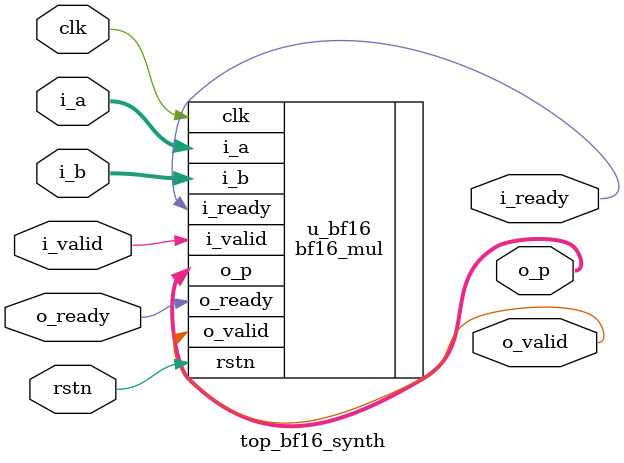
<source format=v>
module top_bf16_synth (
    input  wire         clk,
    input  wire         rstn,
    input  wire         i_valid,
    input  wire         o_ready,
    input  wire [15:0]  i_a,
    input  wire [15:0]  i_b,
    output wire         i_ready,
    output wire         o_valid,
    output wire [15:0]  o_p
);

  bf16_mul u_bf16 (
    .clk    (clk),
    .rstn   (rstn),
    .i_valid(i_valid),
    .i_ready(i_ready),
    .i_a    (i_a),
    .i_b    (i_b),
    .o_valid(o_valid),
    .o_ready(o_ready),
    .o_p    (o_p)
  );

endmodule


</source>
